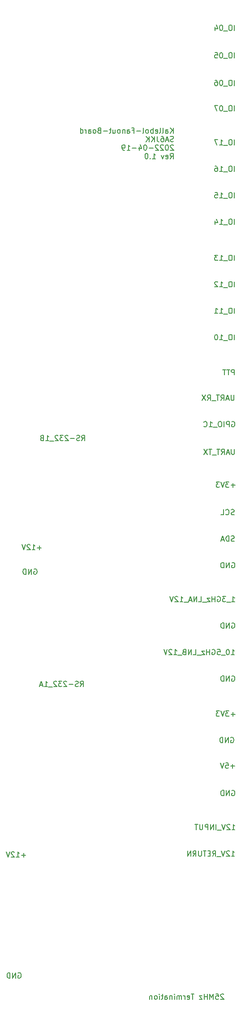
<source format=gbr>
%TF.GenerationSoftware,KiCad,Pcbnew,(6.0.0)*%
%TF.CreationDate,2022-04-21T19:53:10+02:00*%
%TF.ProjectId,KallebolFanoutBoard,4b616c6c-6562-46f6-9c46-616e6f757442,rev?*%
%TF.SameCoordinates,Original*%
%TF.FileFunction,Legend,Bot*%
%TF.FilePolarity,Positive*%
%FSLAX46Y46*%
G04 Gerber Fmt 4.6, Leading zero omitted, Abs format (unit mm)*
G04 Created by KiCad (PCBNEW (6.0.0)) date 2022-04-21 19:53:10*
%MOMM*%
%LPD*%
G01*
G04 APERTURE LIST*
%ADD10C,0.150000*%
G04 APERTURE END LIST*
D10*
X120664404Y-59037380D02*
X120664404Y-58037380D01*
X120092976Y-59037380D02*
X120521547Y-58465952D01*
X120092976Y-58037380D02*
X120664404Y-58608809D01*
X119235833Y-59037380D02*
X119235833Y-58513571D01*
X119283452Y-58418333D01*
X119378690Y-58370714D01*
X119569166Y-58370714D01*
X119664404Y-58418333D01*
X119235833Y-58989761D02*
X119331071Y-59037380D01*
X119569166Y-59037380D01*
X119664404Y-58989761D01*
X119712023Y-58894523D01*
X119712023Y-58799285D01*
X119664404Y-58704047D01*
X119569166Y-58656428D01*
X119331071Y-58656428D01*
X119235833Y-58608809D01*
X118616785Y-59037380D02*
X118712023Y-58989761D01*
X118759642Y-58894523D01*
X118759642Y-58037380D01*
X118092976Y-59037380D02*
X118188214Y-58989761D01*
X118235833Y-58894523D01*
X118235833Y-58037380D01*
X117331071Y-58989761D02*
X117426309Y-59037380D01*
X117616785Y-59037380D01*
X117712023Y-58989761D01*
X117759642Y-58894523D01*
X117759642Y-58513571D01*
X117712023Y-58418333D01*
X117616785Y-58370714D01*
X117426309Y-58370714D01*
X117331071Y-58418333D01*
X117283452Y-58513571D01*
X117283452Y-58608809D01*
X117759642Y-58704047D01*
X116854880Y-59037380D02*
X116854880Y-58037380D01*
X116854880Y-58418333D02*
X116759642Y-58370714D01*
X116569166Y-58370714D01*
X116473928Y-58418333D01*
X116426309Y-58465952D01*
X116378690Y-58561190D01*
X116378690Y-58846904D01*
X116426309Y-58942142D01*
X116473928Y-58989761D01*
X116569166Y-59037380D01*
X116759642Y-59037380D01*
X116854880Y-58989761D01*
X115807261Y-59037380D02*
X115902500Y-58989761D01*
X115950119Y-58942142D01*
X115997738Y-58846904D01*
X115997738Y-58561190D01*
X115950119Y-58465952D01*
X115902500Y-58418333D01*
X115807261Y-58370714D01*
X115664404Y-58370714D01*
X115569166Y-58418333D01*
X115521547Y-58465952D01*
X115473928Y-58561190D01*
X115473928Y-58846904D01*
X115521547Y-58942142D01*
X115569166Y-58989761D01*
X115664404Y-59037380D01*
X115807261Y-59037380D01*
X114902500Y-59037380D02*
X114997738Y-58989761D01*
X115045357Y-58894523D01*
X115045357Y-58037380D01*
X114521547Y-58656428D02*
X113759642Y-58656428D01*
X112950119Y-58513571D02*
X113283452Y-58513571D01*
X113283452Y-59037380D02*
X113283452Y-58037380D01*
X112807261Y-58037380D01*
X111997738Y-59037380D02*
X111997738Y-58513571D01*
X112045357Y-58418333D01*
X112140595Y-58370714D01*
X112331071Y-58370714D01*
X112426309Y-58418333D01*
X111997738Y-58989761D02*
X112092976Y-59037380D01*
X112331071Y-59037380D01*
X112426309Y-58989761D01*
X112473928Y-58894523D01*
X112473928Y-58799285D01*
X112426309Y-58704047D01*
X112331071Y-58656428D01*
X112092976Y-58656428D01*
X111997738Y-58608809D01*
X111521547Y-58370714D02*
X111521547Y-59037380D01*
X111521547Y-58465952D02*
X111473928Y-58418333D01*
X111378690Y-58370714D01*
X111235833Y-58370714D01*
X111140595Y-58418333D01*
X111092976Y-58513571D01*
X111092976Y-59037380D01*
X110473928Y-59037380D02*
X110569166Y-58989761D01*
X110616785Y-58942142D01*
X110664404Y-58846904D01*
X110664404Y-58561190D01*
X110616785Y-58465952D01*
X110569166Y-58418333D01*
X110473928Y-58370714D01*
X110331071Y-58370714D01*
X110235833Y-58418333D01*
X110188214Y-58465952D01*
X110140595Y-58561190D01*
X110140595Y-58846904D01*
X110188214Y-58942142D01*
X110235833Y-58989761D01*
X110331071Y-59037380D01*
X110473928Y-59037380D01*
X109283452Y-58370714D02*
X109283452Y-59037380D01*
X109712023Y-58370714D02*
X109712023Y-58894523D01*
X109664404Y-58989761D01*
X109569166Y-59037380D01*
X109426309Y-59037380D01*
X109331071Y-58989761D01*
X109283452Y-58942142D01*
X108950119Y-58370714D02*
X108569166Y-58370714D01*
X108807261Y-58037380D02*
X108807261Y-58894523D01*
X108759642Y-58989761D01*
X108664404Y-59037380D01*
X108569166Y-59037380D01*
X108235833Y-58656428D02*
X107473928Y-58656428D01*
X106664404Y-58513571D02*
X106521547Y-58561190D01*
X106473928Y-58608809D01*
X106426309Y-58704047D01*
X106426309Y-58846904D01*
X106473928Y-58942142D01*
X106521547Y-58989761D01*
X106616785Y-59037380D01*
X106997738Y-59037380D01*
X106997738Y-58037380D01*
X106664404Y-58037380D01*
X106569166Y-58085000D01*
X106521547Y-58132619D01*
X106473928Y-58227857D01*
X106473928Y-58323095D01*
X106521547Y-58418333D01*
X106569166Y-58465952D01*
X106664404Y-58513571D01*
X106997738Y-58513571D01*
X105854880Y-59037380D02*
X105950119Y-58989761D01*
X105997738Y-58942142D01*
X106045357Y-58846904D01*
X106045357Y-58561190D01*
X105997738Y-58465952D01*
X105950119Y-58418333D01*
X105854880Y-58370714D01*
X105712023Y-58370714D01*
X105616785Y-58418333D01*
X105569166Y-58465952D01*
X105521547Y-58561190D01*
X105521547Y-58846904D01*
X105569166Y-58942142D01*
X105616785Y-58989761D01*
X105712023Y-59037380D01*
X105854880Y-59037380D01*
X104664404Y-59037380D02*
X104664404Y-58513571D01*
X104712023Y-58418333D01*
X104807261Y-58370714D01*
X104997738Y-58370714D01*
X105092976Y-58418333D01*
X104664404Y-58989761D02*
X104759642Y-59037380D01*
X104997738Y-59037380D01*
X105092976Y-58989761D01*
X105140595Y-58894523D01*
X105140595Y-58799285D01*
X105092976Y-58704047D01*
X104997738Y-58656428D01*
X104759642Y-58656428D01*
X104664404Y-58608809D01*
X104188214Y-59037380D02*
X104188214Y-58370714D01*
X104188214Y-58561190D02*
X104140595Y-58465952D01*
X104092976Y-58418333D01*
X103997738Y-58370714D01*
X103902500Y-58370714D01*
X103140595Y-59037380D02*
X103140595Y-58037380D01*
X103140595Y-58989761D02*
X103235833Y-59037380D01*
X103426309Y-59037380D01*
X103521547Y-58989761D01*
X103569166Y-58942142D01*
X103616785Y-58846904D01*
X103616785Y-58561190D01*
X103569166Y-58465952D01*
X103521547Y-58418333D01*
X103426309Y-58370714D01*
X103235833Y-58370714D01*
X103140595Y-58418333D01*
X120712023Y-60599761D02*
X120569166Y-60647380D01*
X120331071Y-60647380D01*
X120235833Y-60599761D01*
X120188214Y-60552142D01*
X120140595Y-60456904D01*
X120140595Y-60361666D01*
X120188214Y-60266428D01*
X120235833Y-60218809D01*
X120331071Y-60171190D01*
X120521547Y-60123571D01*
X120616785Y-60075952D01*
X120664404Y-60028333D01*
X120712023Y-59933095D01*
X120712023Y-59837857D01*
X120664404Y-59742619D01*
X120616785Y-59695000D01*
X120521547Y-59647380D01*
X120283452Y-59647380D01*
X120140595Y-59695000D01*
X119759642Y-60361666D02*
X119283452Y-60361666D01*
X119854880Y-60647380D02*
X119521547Y-59647380D01*
X119188214Y-60647380D01*
X118426309Y-59647380D02*
X118616785Y-59647380D01*
X118712023Y-59695000D01*
X118759642Y-59742619D01*
X118854880Y-59885476D01*
X118902500Y-60075952D01*
X118902500Y-60456904D01*
X118854880Y-60552142D01*
X118807261Y-60599761D01*
X118712023Y-60647380D01*
X118521547Y-60647380D01*
X118426309Y-60599761D01*
X118378690Y-60552142D01*
X118331071Y-60456904D01*
X118331071Y-60218809D01*
X118378690Y-60123571D01*
X118426309Y-60075952D01*
X118521547Y-60028333D01*
X118712023Y-60028333D01*
X118807261Y-60075952D01*
X118854880Y-60123571D01*
X118902500Y-60218809D01*
X117616785Y-59647380D02*
X117616785Y-60361666D01*
X117664404Y-60504523D01*
X117759642Y-60599761D01*
X117902500Y-60647380D01*
X117997738Y-60647380D01*
X117140595Y-60647380D02*
X117140595Y-59647380D01*
X116569166Y-60647380D02*
X116997738Y-60075952D01*
X116569166Y-59647380D02*
X117140595Y-60218809D01*
X116140595Y-60647380D02*
X116140595Y-59647380D01*
X115569166Y-60647380D02*
X115997738Y-60075952D01*
X115569166Y-59647380D02*
X116140595Y-60218809D01*
X120712023Y-61352619D02*
X120664404Y-61305000D01*
X120569166Y-61257380D01*
X120331071Y-61257380D01*
X120235833Y-61305000D01*
X120188214Y-61352619D01*
X120140595Y-61447857D01*
X120140595Y-61543095D01*
X120188214Y-61685952D01*
X120759642Y-62257380D01*
X120140595Y-62257380D01*
X119521547Y-61257380D02*
X119426309Y-61257380D01*
X119331071Y-61305000D01*
X119283452Y-61352619D01*
X119235833Y-61447857D01*
X119188214Y-61638333D01*
X119188214Y-61876428D01*
X119235833Y-62066904D01*
X119283452Y-62162142D01*
X119331071Y-62209761D01*
X119426309Y-62257380D01*
X119521547Y-62257380D01*
X119616785Y-62209761D01*
X119664404Y-62162142D01*
X119712023Y-62066904D01*
X119759642Y-61876428D01*
X119759642Y-61638333D01*
X119712023Y-61447857D01*
X119664404Y-61352619D01*
X119616785Y-61305000D01*
X119521547Y-61257380D01*
X118807261Y-61352619D02*
X118759642Y-61305000D01*
X118664404Y-61257380D01*
X118426309Y-61257380D01*
X118331071Y-61305000D01*
X118283452Y-61352619D01*
X118235833Y-61447857D01*
X118235833Y-61543095D01*
X118283452Y-61685952D01*
X118854880Y-62257380D01*
X118235833Y-62257380D01*
X117854880Y-61352619D02*
X117807261Y-61305000D01*
X117712023Y-61257380D01*
X117473928Y-61257380D01*
X117378690Y-61305000D01*
X117331071Y-61352619D01*
X117283452Y-61447857D01*
X117283452Y-61543095D01*
X117331071Y-61685952D01*
X117902500Y-62257380D01*
X117283452Y-62257380D01*
X116854880Y-61876428D02*
X116092976Y-61876428D01*
X115426309Y-61257380D02*
X115331071Y-61257380D01*
X115235833Y-61305000D01*
X115188214Y-61352619D01*
X115140595Y-61447857D01*
X115092976Y-61638333D01*
X115092976Y-61876428D01*
X115140595Y-62066904D01*
X115188214Y-62162142D01*
X115235833Y-62209761D01*
X115331071Y-62257380D01*
X115426309Y-62257380D01*
X115521547Y-62209761D01*
X115569166Y-62162142D01*
X115616785Y-62066904D01*
X115664404Y-61876428D01*
X115664404Y-61638333D01*
X115616785Y-61447857D01*
X115569166Y-61352619D01*
X115521547Y-61305000D01*
X115426309Y-61257380D01*
X114235833Y-61590714D02*
X114235833Y-62257380D01*
X114473928Y-61209761D02*
X114712023Y-61924047D01*
X114092976Y-61924047D01*
X113712023Y-61876428D02*
X112950119Y-61876428D01*
X111950119Y-62257380D02*
X112521547Y-62257380D01*
X112235833Y-62257380D02*
X112235833Y-61257380D01*
X112331071Y-61400238D01*
X112426309Y-61495476D01*
X112521547Y-61543095D01*
X111473928Y-62257380D02*
X111283452Y-62257380D01*
X111188214Y-62209761D01*
X111140595Y-62162142D01*
X111045357Y-62019285D01*
X110997738Y-61828809D01*
X110997738Y-61447857D01*
X111045357Y-61352619D01*
X111092976Y-61305000D01*
X111188214Y-61257380D01*
X111378690Y-61257380D01*
X111473928Y-61305000D01*
X111521547Y-61352619D01*
X111569166Y-61447857D01*
X111569166Y-61685952D01*
X111521547Y-61781190D01*
X111473928Y-61828809D01*
X111378690Y-61876428D01*
X111188214Y-61876428D01*
X111092976Y-61828809D01*
X111045357Y-61781190D01*
X110997738Y-61685952D01*
X120092976Y-63867380D02*
X120426309Y-63391190D01*
X120664404Y-63867380D02*
X120664404Y-62867380D01*
X120283452Y-62867380D01*
X120188214Y-62915000D01*
X120140595Y-62962619D01*
X120092976Y-63057857D01*
X120092976Y-63200714D01*
X120140595Y-63295952D01*
X120188214Y-63343571D01*
X120283452Y-63391190D01*
X120664404Y-63391190D01*
X119283452Y-63819761D02*
X119378690Y-63867380D01*
X119569166Y-63867380D01*
X119664404Y-63819761D01*
X119712023Y-63724523D01*
X119712023Y-63343571D01*
X119664404Y-63248333D01*
X119569166Y-63200714D01*
X119378690Y-63200714D01*
X119283452Y-63248333D01*
X119235833Y-63343571D01*
X119235833Y-63438809D01*
X119712023Y-63534047D01*
X118902500Y-63200714D02*
X118664404Y-63867380D01*
X118426309Y-63200714D01*
X116759642Y-63867380D02*
X117331071Y-63867380D01*
X117045357Y-63867380D02*
X117045357Y-62867380D01*
X117140595Y-63010238D01*
X117235833Y-63105476D01*
X117331071Y-63153095D01*
X116331071Y-63772142D02*
X116283452Y-63819761D01*
X116331071Y-63867380D01*
X116378690Y-63819761D01*
X116331071Y-63772142D01*
X116331071Y-63867380D01*
X115664404Y-62867380D02*
X115569166Y-62867380D01*
X115473928Y-62915000D01*
X115426309Y-62962619D01*
X115378690Y-63057857D01*
X115331071Y-63248333D01*
X115331071Y-63486428D01*
X115378690Y-63676904D01*
X115426309Y-63772142D01*
X115473928Y-63819761D01*
X115569166Y-63867380D01*
X115664404Y-63867380D01*
X115759642Y-63819761D01*
X115807261Y-63772142D01*
X115854880Y-63676904D01*
X115902500Y-63486428D01*
X115902500Y-63248333D01*
X115854880Y-63057857D01*
X115807261Y-62962619D01*
X115759642Y-62915000D01*
X115664404Y-62867380D01*
X132214285Y-136004761D02*
X132071428Y-136052380D01*
X131833333Y-136052380D01*
X131738095Y-136004761D01*
X131690476Y-135957142D01*
X131642857Y-135861904D01*
X131642857Y-135766666D01*
X131690476Y-135671428D01*
X131738095Y-135623809D01*
X131833333Y-135576190D01*
X132023809Y-135528571D01*
X132119047Y-135480952D01*
X132166666Y-135433333D01*
X132214285Y-135338095D01*
X132214285Y-135242857D01*
X132166666Y-135147619D01*
X132119047Y-135100000D01*
X132023809Y-135052380D01*
X131785714Y-135052380D01*
X131642857Y-135100000D01*
X131214285Y-136052380D02*
X131214285Y-135052380D01*
X130976190Y-135052380D01*
X130833333Y-135100000D01*
X130738095Y-135195238D01*
X130690476Y-135290476D01*
X130642857Y-135480952D01*
X130642857Y-135623809D01*
X130690476Y-135814285D01*
X130738095Y-135909523D01*
X130833333Y-136004761D01*
X130976190Y-136052380D01*
X131214285Y-136052380D01*
X130261904Y-135766666D02*
X129785714Y-135766666D01*
X130357142Y-136052380D02*
X130023809Y-135052380D01*
X129690476Y-136052380D01*
X132257142Y-83052380D02*
X132257142Y-82052380D01*
X131590476Y-82052380D02*
X131400000Y-82052380D01*
X131304761Y-82100000D01*
X131209523Y-82195238D01*
X131161904Y-82385714D01*
X131161904Y-82719047D01*
X131209523Y-82909523D01*
X131304761Y-83004761D01*
X131400000Y-83052380D01*
X131590476Y-83052380D01*
X131685714Y-83004761D01*
X131780952Y-82909523D01*
X131828571Y-82719047D01*
X131828571Y-82385714D01*
X131780952Y-82195238D01*
X131685714Y-82100000D01*
X131590476Y-82052380D01*
X130971428Y-83147619D02*
X130209523Y-83147619D01*
X129447619Y-83052380D02*
X130019047Y-83052380D01*
X129733333Y-83052380D02*
X129733333Y-82052380D01*
X129828571Y-82195238D01*
X129923809Y-82290476D01*
X130019047Y-82338095D01*
X129114285Y-82052380D02*
X128495238Y-82052380D01*
X128828571Y-82433333D01*
X128685714Y-82433333D01*
X128590476Y-82480952D01*
X128542857Y-82528571D01*
X128495238Y-82623809D01*
X128495238Y-82861904D01*
X128542857Y-82957142D01*
X128590476Y-83004761D01*
X128685714Y-83052380D01*
X128971428Y-83052380D01*
X129066666Y-83004761D01*
X129114285Y-82957142D01*
X132257142Y-61252380D02*
X132257142Y-60252380D01*
X131590476Y-60252380D02*
X131400000Y-60252380D01*
X131304761Y-60300000D01*
X131209523Y-60395238D01*
X131161904Y-60585714D01*
X131161904Y-60919047D01*
X131209523Y-61109523D01*
X131304761Y-61204761D01*
X131400000Y-61252380D01*
X131590476Y-61252380D01*
X131685714Y-61204761D01*
X131780952Y-61109523D01*
X131828571Y-60919047D01*
X131828571Y-60585714D01*
X131780952Y-60395238D01*
X131685714Y-60300000D01*
X131590476Y-60252380D01*
X130971428Y-61347619D02*
X130209523Y-61347619D01*
X129447619Y-61252380D02*
X130019047Y-61252380D01*
X129733333Y-61252380D02*
X129733333Y-60252380D01*
X129828571Y-60395238D01*
X129923809Y-60490476D01*
X130019047Y-60538095D01*
X129114285Y-60252380D02*
X128447619Y-60252380D01*
X128876190Y-61252380D01*
X132257142Y-93052380D02*
X132257142Y-92052380D01*
X131590476Y-92052380D02*
X131400000Y-92052380D01*
X131304761Y-92100000D01*
X131209523Y-92195238D01*
X131161904Y-92385714D01*
X131161904Y-92719047D01*
X131209523Y-92909523D01*
X131304761Y-93004761D01*
X131400000Y-93052380D01*
X131590476Y-93052380D01*
X131685714Y-93004761D01*
X131780952Y-92909523D01*
X131828571Y-92719047D01*
X131828571Y-92385714D01*
X131780952Y-92195238D01*
X131685714Y-92100000D01*
X131590476Y-92052380D01*
X130971428Y-93147619D02*
X130209523Y-93147619D01*
X129447619Y-93052380D02*
X130019047Y-93052380D01*
X129733333Y-93052380D02*
X129733333Y-92052380D01*
X129828571Y-92195238D01*
X129923809Y-92290476D01*
X130019047Y-92338095D01*
X128495238Y-93052380D02*
X129066666Y-93052380D01*
X128780952Y-93052380D02*
X128780952Y-92052380D01*
X128876190Y-92195238D01*
X128971428Y-92290476D01*
X129066666Y-92338095D01*
X132285714Y-178471428D02*
X131523809Y-178471428D01*
X131904761Y-178852380D02*
X131904761Y-178090476D01*
X130571428Y-177852380D02*
X131047619Y-177852380D01*
X131095238Y-178328571D01*
X131047619Y-178280952D01*
X130952380Y-178233333D01*
X130714285Y-178233333D01*
X130619047Y-178280952D01*
X130571428Y-178328571D01*
X130523809Y-178423809D01*
X130523809Y-178661904D01*
X130571428Y-178757142D01*
X130619047Y-178804761D01*
X130714285Y-178852380D01*
X130952380Y-178852380D01*
X131047619Y-178804761D01*
X131095238Y-178757142D01*
X130238095Y-177852380D02*
X129904761Y-178852380D01*
X129571428Y-177852380D01*
X132257142Y-98052380D02*
X132257142Y-97052380D01*
X131590476Y-97052380D02*
X131400000Y-97052380D01*
X131304761Y-97100000D01*
X131209523Y-97195238D01*
X131161904Y-97385714D01*
X131161904Y-97719047D01*
X131209523Y-97909523D01*
X131304761Y-98004761D01*
X131400000Y-98052380D01*
X131590476Y-98052380D01*
X131685714Y-98004761D01*
X131780952Y-97909523D01*
X131828571Y-97719047D01*
X131828571Y-97385714D01*
X131780952Y-97195238D01*
X131685714Y-97100000D01*
X131590476Y-97052380D01*
X130971428Y-98147619D02*
X130209523Y-98147619D01*
X129447619Y-98052380D02*
X130019047Y-98052380D01*
X129733333Y-98052380D02*
X129733333Y-97052380D01*
X129828571Y-97195238D01*
X129923809Y-97290476D01*
X130019047Y-97338095D01*
X128828571Y-97052380D02*
X128733333Y-97052380D01*
X128638095Y-97100000D01*
X128590476Y-97147619D01*
X128542857Y-97242857D01*
X128495238Y-97433333D01*
X128495238Y-97671428D01*
X128542857Y-97861904D01*
X128590476Y-97957142D01*
X128638095Y-98004761D01*
X128733333Y-98052380D01*
X128828571Y-98052380D01*
X128923809Y-98004761D01*
X128971428Y-97957142D01*
X129019047Y-97861904D01*
X129066666Y-97671428D01*
X129066666Y-97433333D01*
X129019047Y-97242857D01*
X128971428Y-97147619D01*
X128923809Y-97100000D01*
X128828571Y-97052380D01*
X91361904Y-217500000D02*
X91457142Y-217452380D01*
X91600000Y-217452380D01*
X91742857Y-217500000D01*
X91838095Y-217595238D01*
X91885714Y-217690476D01*
X91933333Y-217880952D01*
X91933333Y-218023809D01*
X91885714Y-218214285D01*
X91838095Y-218309523D01*
X91742857Y-218404761D01*
X91600000Y-218452380D01*
X91504761Y-218452380D01*
X91361904Y-218404761D01*
X91314285Y-218357142D01*
X91314285Y-218023809D01*
X91504761Y-218023809D01*
X90885714Y-218452380D02*
X90885714Y-217452380D01*
X90314285Y-218452380D01*
X90314285Y-217452380D01*
X89838095Y-218452380D02*
X89838095Y-217452380D01*
X89600000Y-217452380D01*
X89457142Y-217500000D01*
X89361904Y-217595238D01*
X89314285Y-217690476D01*
X89266666Y-217880952D01*
X89266666Y-218023809D01*
X89314285Y-218214285D01*
X89361904Y-218309523D01*
X89457142Y-218404761D01*
X89600000Y-218452380D01*
X89838095Y-218452380D01*
X131700000Y-147452380D02*
X132271428Y-147452380D01*
X131985714Y-147452380D02*
X131985714Y-146452380D01*
X132080952Y-146595238D01*
X132176190Y-146690476D01*
X132271428Y-146738095D01*
X131509523Y-147547619D02*
X130747619Y-147547619D01*
X130604761Y-146452380D02*
X129985714Y-146452380D01*
X130319047Y-146833333D01*
X130176190Y-146833333D01*
X130080952Y-146880952D01*
X130033333Y-146928571D01*
X129985714Y-147023809D01*
X129985714Y-147261904D01*
X130033333Y-147357142D01*
X130080952Y-147404761D01*
X130176190Y-147452380D01*
X130461904Y-147452380D01*
X130557142Y-147404761D01*
X130604761Y-147357142D01*
X129033333Y-146500000D02*
X129128571Y-146452380D01*
X129271428Y-146452380D01*
X129414285Y-146500000D01*
X129509523Y-146595238D01*
X129557142Y-146690476D01*
X129604761Y-146880952D01*
X129604761Y-147023809D01*
X129557142Y-147214285D01*
X129509523Y-147309523D01*
X129414285Y-147404761D01*
X129271428Y-147452380D01*
X129176190Y-147452380D01*
X129033333Y-147404761D01*
X128985714Y-147357142D01*
X128985714Y-147023809D01*
X129176190Y-147023809D01*
X128557142Y-147452380D02*
X128557142Y-146452380D01*
X128557142Y-146928571D02*
X127985714Y-146928571D01*
X127985714Y-147452380D02*
X127985714Y-146452380D01*
X127604761Y-146785714D02*
X127080952Y-146785714D01*
X127604761Y-147452380D01*
X127080952Y-147452380D01*
X126938095Y-147547619D02*
X126176190Y-147547619D01*
X125461904Y-147452380D02*
X125938095Y-147452380D01*
X125938095Y-146452380D01*
X125128571Y-147452380D02*
X125128571Y-146452380D01*
X124557142Y-147452380D01*
X124557142Y-146452380D01*
X124128571Y-147166666D02*
X123652380Y-147166666D01*
X124223809Y-147452380D02*
X123890476Y-146452380D01*
X123557142Y-147452380D01*
X123461904Y-147547619D02*
X122700000Y-147547619D01*
X121938095Y-147452380D02*
X122509523Y-147452380D01*
X122223809Y-147452380D02*
X122223809Y-146452380D01*
X122319047Y-146595238D01*
X122414285Y-146690476D01*
X122509523Y-146738095D01*
X121557142Y-146547619D02*
X121509523Y-146500000D01*
X121414285Y-146452380D01*
X121176190Y-146452380D01*
X121080952Y-146500000D01*
X121033333Y-146547619D01*
X120985714Y-146642857D01*
X120985714Y-146738095D01*
X121033333Y-146880952D01*
X121604761Y-147452380D01*
X120985714Y-147452380D01*
X120700000Y-146452380D02*
X120366666Y-147452380D01*
X120033333Y-146452380D01*
X131766666Y-190452380D02*
X132338095Y-190452380D01*
X132052380Y-190452380D02*
X132052380Y-189452380D01*
X132147619Y-189595238D01*
X132242857Y-189690476D01*
X132338095Y-189738095D01*
X131385714Y-189547619D02*
X131338095Y-189500000D01*
X131242857Y-189452380D01*
X131004761Y-189452380D01*
X130909523Y-189500000D01*
X130861904Y-189547619D01*
X130814285Y-189642857D01*
X130814285Y-189738095D01*
X130861904Y-189880952D01*
X131433333Y-190452380D01*
X130814285Y-190452380D01*
X130528571Y-189452380D02*
X130195238Y-190452380D01*
X129861904Y-189452380D01*
X129766666Y-190547619D02*
X129004761Y-190547619D01*
X128766666Y-190452380D02*
X128766666Y-189452380D01*
X128290476Y-190452380D02*
X128290476Y-189452380D01*
X127719047Y-190452380D01*
X127719047Y-189452380D01*
X127242857Y-190452380D02*
X127242857Y-189452380D01*
X126861904Y-189452380D01*
X126766666Y-189500000D01*
X126719047Y-189547619D01*
X126671428Y-189642857D01*
X126671428Y-189785714D01*
X126719047Y-189880952D01*
X126766666Y-189928571D01*
X126861904Y-189976190D01*
X127242857Y-189976190D01*
X126242857Y-189452380D02*
X126242857Y-190261904D01*
X126195238Y-190357142D01*
X126147619Y-190404761D01*
X126052380Y-190452380D01*
X125861904Y-190452380D01*
X125766666Y-190404761D01*
X125719047Y-190357142D01*
X125671428Y-190261904D01*
X125671428Y-189452380D01*
X125338095Y-189452380D02*
X124766666Y-189452380D01*
X125052380Y-190452380D02*
X125052380Y-189452380D01*
X132257142Y-54852380D02*
X132257142Y-53852380D01*
X131590476Y-53852380D02*
X131400000Y-53852380D01*
X131304761Y-53900000D01*
X131209523Y-53995238D01*
X131161904Y-54185714D01*
X131161904Y-54519047D01*
X131209523Y-54709523D01*
X131304761Y-54804761D01*
X131400000Y-54852380D01*
X131590476Y-54852380D01*
X131685714Y-54804761D01*
X131780952Y-54709523D01*
X131828571Y-54519047D01*
X131828571Y-54185714D01*
X131780952Y-53995238D01*
X131685714Y-53900000D01*
X131590476Y-53852380D01*
X130971428Y-54947619D02*
X130209523Y-54947619D01*
X129780952Y-53852380D02*
X129685714Y-53852380D01*
X129590476Y-53900000D01*
X129542857Y-53947619D01*
X129495238Y-54042857D01*
X129447619Y-54233333D01*
X129447619Y-54471428D01*
X129495238Y-54661904D01*
X129542857Y-54757142D01*
X129590476Y-54804761D01*
X129685714Y-54852380D01*
X129780952Y-54852380D01*
X129876190Y-54804761D01*
X129923809Y-54757142D01*
X129971428Y-54661904D01*
X130019047Y-54471428D01*
X130019047Y-54233333D01*
X129971428Y-54042857D01*
X129923809Y-53947619D01*
X129876190Y-53900000D01*
X129780952Y-53852380D01*
X129114285Y-53852380D02*
X128447619Y-53852380D01*
X128876190Y-54852380D01*
X103100000Y-163452380D02*
X103433333Y-162976190D01*
X103671428Y-163452380D02*
X103671428Y-162452380D01*
X103290476Y-162452380D01*
X103195238Y-162500000D01*
X103147619Y-162547619D01*
X103100000Y-162642857D01*
X103100000Y-162785714D01*
X103147619Y-162880952D01*
X103195238Y-162928571D01*
X103290476Y-162976190D01*
X103671428Y-162976190D01*
X102719047Y-163404761D02*
X102576190Y-163452380D01*
X102338095Y-163452380D01*
X102242857Y-163404761D01*
X102195238Y-163357142D01*
X102147619Y-163261904D01*
X102147619Y-163166666D01*
X102195238Y-163071428D01*
X102242857Y-163023809D01*
X102338095Y-162976190D01*
X102528571Y-162928571D01*
X102623809Y-162880952D01*
X102671428Y-162833333D01*
X102719047Y-162738095D01*
X102719047Y-162642857D01*
X102671428Y-162547619D01*
X102623809Y-162500000D01*
X102528571Y-162452380D01*
X102290476Y-162452380D01*
X102147619Y-162500000D01*
X101719047Y-163071428D02*
X100957142Y-163071428D01*
X100528571Y-162547619D02*
X100480952Y-162500000D01*
X100385714Y-162452380D01*
X100147619Y-162452380D01*
X100052380Y-162500000D01*
X100004761Y-162547619D01*
X99957142Y-162642857D01*
X99957142Y-162738095D01*
X100004761Y-162880952D01*
X100576190Y-163452380D01*
X99957142Y-163452380D01*
X99623809Y-162452380D02*
X99004761Y-162452380D01*
X99338095Y-162833333D01*
X99195238Y-162833333D01*
X99100000Y-162880952D01*
X99052380Y-162928571D01*
X99004761Y-163023809D01*
X99004761Y-163261904D01*
X99052380Y-163357142D01*
X99100000Y-163404761D01*
X99195238Y-163452380D01*
X99480952Y-163452380D01*
X99576190Y-163404761D01*
X99623809Y-163357142D01*
X98623809Y-162547619D02*
X98576190Y-162500000D01*
X98480952Y-162452380D01*
X98242857Y-162452380D01*
X98147619Y-162500000D01*
X98100000Y-162547619D01*
X98052380Y-162642857D01*
X98052380Y-162738095D01*
X98100000Y-162880952D01*
X98671428Y-163452380D01*
X98052380Y-163452380D01*
X97861904Y-163547619D02*
X97100000Y-163547619D01*
X96338095Y-163452380D02*
X96909523Y-163452380D01*
X96623809Y-163452380D02*
X96623809Y-162452380D01*
X96719047Y-162595238D01*
X96814285Y-162690476D01*
X96909523Y-162738095D01*
X95957142Y-163166666D02*
X95480952Y-163166666D01*
X96052380Y-163452380D02*
X95719047Y-162452380D01*
X95385714Y-163452380D01*
X132257142Y-71252380D02*
X132257142Y-70252380D01*
X131590476Y-70252380D02*
X131400000Y-70252380D01*
X131304761Y-70300000D01*
X131209523Y-70395238D01*
X131161904Y-70585714D01*
X131161904Y-70919047D01*
X131209523Y-71109523D01*
X131304761Y-71204761D01*
X131400000Y-71252380D01*
X131590476Y-71252380D01*
X131685714Y-71204761D01*
X131780952Y-71109523D01*
X131828571Y-70919047D01*
X131828571Y-70585714D01*
X131780952Y-70395238D01*
X131685714Y-70300000D01*
X131590476Y-70252380D01*
X130971428Y-71347619D02*
X130209523Y-71347619D01*
X129447619Y-71252380D02*
X130019047Y-71252380D01*
X129733333Y-71252380D02*
X129733333Y-70252380D01*
X129828571Y-70395238D01*
X129923809Y-70490476D01*
X130019047Y-70538095D01*
X128542857Y-70252380D02*
X129019047Y-70252380D01*
X129066666Y-70728571D01*
X129019047Y-70680952D01*
X128923809Y-70633333D01*
X128685714Y-70633333D01*
X128590476Y-70680952D01*
X128542857Y-70728571D01*
X128495238Y-70823809D01*
X128495238Y-71061904D01*
X128542857Y-71157142D01*
X128590476Y-71204761D01*
X128685714Y-71252380D01*
X128923809Y-71252380D01*
X129019047Y-71204761D01*
X129066666Y-71157142D01*
X132233333Y-118652380D02*
X132233333Y-119461904D01*
X132185714Y-119557142D01*
X132138095Y-119604761D01*
X132042857Y-119652380D01*
X131852380Y-119652380D01*
X131757142Y-119604761D01*
X131709523Y-119557142D01*
X131661904Y-119461904D01*
X131661904Y-118652380D01*
X131233333Y-119366666D02*
X130757142Y-119366666D01*
X131328571Y-119652380D02*
X130995238Y-118652380D01*
X130661904Y-119652380D01*
X129757142Y-119652380D02*
X130090476Y-119176190D01*
X130328571Y-119652380D02*
X130328571Y-118652380D01*
X129947619Y-118652380D01*
X129852380Y-118700000D01*
X129804761Y-118747619D01*
X129757142Y-118842857D01*
X129757142Y-118985714D01*
X129804761Y-119080952D01*
X129852380Y-119128571D01*
X129947619Y-119176190D01*
X130328571Y-119176190D01*
X129471428Y-118652380D02*
X128900000Y-118652380D01*
X129185714Y-119652380D02*
X129185714Y-118652380D01*
X128804761Y-119747619D02*
X128042857Y-119747619D01*
X127947619Y-118652380D02*
X127376190Y-118652380D01*
X127661904Y-119652380D02*
X127661904Y-118652380D01*
X127138095Y-118652380D02*
X126471428Y-119652380D01*
X126471428Y-118652380D02*
X127138095Y-119652380D01*
X131761904Y-151500000D02*
X131857142Y-151452380D01*
X132000000Y-151452380D01*
X132142857Y-151500000D01*
X132238095Y-151595238D01*
X132285714Y-151690476D01*
X132333333Y-151880952D01*
X132333333Y-152023809D01*
X132285714Y-152214285D01*
X132238095Y-152309523D01*
X132142857Y-152404761D01*
X132000000Y-152452380D01*
X131904761Y-152452380D01*
X131761904Y-152404761D01*
X131714285Y-152357142D01*
X131714285Y-152023809D01*
X131904761Y-152023809D01*
X131285714Y-152452380D02*
X131285714Y-151452380D01*
X130714285Y-152452380D01*
X130714285Y-151452380D01*
X130238095Y-152452380D02*
X130238095Y-151452380D01*
X130000000Y-151452380D01*
X129857142Y-151500000D01*
X129761904Y-151595238D01*
X129714285Y-151690476D01*
X129666666Y-151880952D01*
X129666666Y-152023809D01*
X129714285Y-152214285D01*
X129761904Y-152309523D01*
X129857142Y-152404761D01*
X130000000Y-152452380D01*
X130238095Y-152452380D01*
X131647619Y-157452380D02*
X132219047Y-157452380D01*
X131933333Y-157452380D02*
X131933333Y-156452380D01*
X132028571Y-156595238D01*
X132123809Y-156690476D01*
X132219047Y-156738095D01*
X131028571Y-156452380D02*
X130933333Y-156452380D01*
X130838095Y-156500000D01*
X130790476Y-156547619D01*
X130742857Y-156642857D01*
X130695238Y-156833333D01*
X130695238Y-157071428D01*
X130742857Y-157261904D01*
X130790476Y-157357142D01*
X130838095Y-157404761D01*
X130933333Y-157452380D01*
X131028571Y-157452380D01*
X131123809Y-157404761D01*
X131171428Y-157357142D01*
X131219047Y-157261904D01*
X131266666Y-157071428D01*
X131266666Y-156833333D01*
X131219047Y-156642857D01*
X131171428Y-156547619D01*
X131123809Y-156500000D01*
X131028571Y-156452380D01*
X130504761Y-157547619D02*
X129742857Y-157547619D01*
X129028571Y-156452380D02*
X129504761Y-156452380D01*
X129552380Y-156928571D01*
X129504761Y-156880952D01*
X129409523Y-156833333D01*
X129171428Y-156833333D01*
X129076190Y-156880952D01*
X129028571Y-156928571D01*
X128980952Y-157023809D01*
X128980952Y-157261904D01*
X129028571Y-157357142D01*
X129076190Y-157404761D01*
X129171428Y-157452380D01*
X129409523Y-157452380D01*
X129504761Y-157404761D01*
X129552380Y-157357142D01*
X128028571Y-156500000D02*
X128123809Y-156452380D01*
X128266666Y-156452380D01*
X128409523Y-156500000D01*
X128504761Y-156595238D01*
X128552380Y-156690476D01*
X128600000Y-156880952D01*
X128600000Y-157023809D01*
X128552380Y-157214285D01*
X128504761Y-157309523D01*
X128409523Y-157404761D01*
X128266666Y-157452380D01*
X128171428Y-157452380D01*
X128028571Y-157404761D01*
X127980952Y-157357142D01*
X127980952Y-157023809D01*
X128171428Y-157023809D01*
X127552380Y-157452380D02*
X127552380Y-156452380D01*
X127552380Y-156928571D02*
X126980952Y-156928571D01*
X126980952Y-157452380D02*
X126980952Y-156452380D01*
X126600000Y-156785714D02*
X126076190Y-156785714D01*
X126600000Y-157452380D01*
X126076190Y-157452380D01*
X125933333Y-157547619D02*
X125171428Y-157547619D01*
X124457142Y-157452380D02*
X124933333Y-157452380D01*
X124933333Y-156452380D01*
X124123809Y-157452380D02*
X124123809Y-156452380D01*
X123552380Y-157452380D01*
X123552380Y-156452380D01*
X122742857Y-156928571D02*
X122600000Y-156976190D01*
X122552380Y-157023809D01*
X122504761Y-157119047D01*
X122504761Y-157261904D01*
X122552380Y-157357142D01*
X122600000Y-157404761D01*
X122695238Y-157452380D01*
X123076190Y-157452380D01*
X123076190Y-156452380D01*
X122742857Y-156452380D01*
X122647619Y-156500000D01*
X122600000Y-156547619D01*
X122552380Y-156642857D01*
X122552380Y-156738095D01*
X122600000Y-156833333D01*
X122647619Y-156880952D01*
X122742857Y-156928571D01*
X123076190Y-156928571D01*
X122314285Y-157547619D02*
X121552380Y-157547619D01*
X120790476Y-157452380D02*
X121361904Y-157452380D01*
X121076190Y-157452380D02*
X121076190Y-156452380D01*
X121171428Y-156595238D01*
X121266666Y-156690476D01*
X121361904Y-156738095D01*
X120409523Y-156547619D02*
X120361904Y-156500000D01*
X120266666Y-156452380D01*
X120028571Y-156452380D01*
X119933333Y-156500000D01*
X119885714Y-156547619D01*
X119838095Y-156642857D01*
X119838095Y-156738095D01*
X119885714Y-156880952D01*
X120457142Y-157452380D01*
X119838095Y-157452380D01*
X119552380Y-156452380D02*
X119219047Y-157452380D01*
X118885714Y-156452380D01*
X95761904Y-137271428D02*
X95000000Y-137271428D01*
X95380952Y-137652380D02*
X95380952Y-136890476D01*
X94000000Y-137652380D02*
X94571428Y-137652380D01*
X94285714Y-137652380D02*
X94285714Y-136652380D01*
X94380952Y-136795238D01*
X94476190Y-136890476D01*
X94571428Y-136938095D01*
X93619047Y-136747619D02*
X93571428Y-136700000D01*
X93476190Y-136652380D01*
X93238095Y-136652380D01*
X93142857Y-136700000D01*
X93095238Y-136747619D01*
X93047619Y-136842857D01*
X93047619Y-136938095D01*
X93095238Y-137080952D01*
X93666666Y-137652380D01*
X93047619Y-137652380D01*
X92761904Y-136652380D02*
X92428571Y-137652380D01*
X92095238Y-136652380D01*
X94361904Y-141300000D02*
X94457142Y-141252380D01*
X94600000Y-141252380D01*
X94742857Y-141300000D01*
X94838095Y-141395238D01*
X94885714Y-141490476D01*
X94933333Y-141680952D01*
X94933333Y-141823809D01*
X94885714Y-142014285D01*
X94838095Y-142109523D01*
X94742857Y-142204761D01*
X94600000Y-142252380D01*
X94504761Y-142252380D01*
X94361904Y-142204761D01*
X94314285Y-142157142D01*
X94314285Y-141823809D01*
X94504761Y-141823809D01*
X93885714Y-142252380D02*
X93885714Y-141252380D01*
X93314285Y-142252380D01*
X93314285Y-141252380D01*
X92838095Y-142252380D02*
X92838095Y-141252380D01*
X92600000Y-141252380D01*
X92457142Y-141300000D01*
X92361904Y-141395238D01*
X92314285Y-141490476D01*
X92266666Y-141680952D01*
X92266666Y-141823809D01*
X92314285Y-142014285D01*
X92361904Y-142109523D01*
X92457142Y-142204761D01*
X92600000Y-142252380D01*
X92838095Y-142252380D01*
X131757142Y-113500000D02*
X131852380Y-113452380D01*
X131995238Y-113452380D01*
X132138095Y-113500000D01*
X132233333Y-113595238D01*
X132280952Y-113690476D01*
X132328571Y-113880952D01*
X132328571Y-114023809D01*
X132280952Y-114214285D01*
X132233333Y-114309523D01*
X132138095Y-114404761D01*
X131995238Y-114452380D01*
X131900000Y-114452380D01*
X131757142Y-114404761D01*
X131709523Y-114357142D01*
X131709523Y-114023809D01*
X131900000Y-114023809D01*
X131280952Y-114452380D02*
X131280952Y-113452380D01*
X130900000Y-113452380D01*
X130804761Y-113500000D01*
X130757142Y-113547619D01*
X130709523Y-113642857D01*
X130709523Y-113785714D01*
X130757142Y-113880952D01*
X130804761Y-113928571D01*
X130900000Y-113976190D01*
X131280952Y-113976190D01*
X130280952Y-114452380D02*
X130280952Y-113452380D01*
X129614285Y-113452380D02*
X129423809Y-113452380D01*
X129328571Y-113500000D01*
X129233333Y-113595238D01*
X129185714Y-113785714D01*
X129185714Y-114119047D01*
X129233333Y-114309523D01*
X129328571Y-114404761D01*
X129423809Y-114452380D01*
X129614285Y-114452380D01*
X129709523Y-114404761D01*
X129804761Y-114309523D01*
X129852380Y-114119047D01*
X129852380Y-113785714D01*
X129804761Y-113595238D01*
X129709523Y-113500000D01*
X129614285Y-113452380D01*
X128995238Y-114547619D02*
X128233333Y-114547619D01*
X127471428Y-114452380D02*
X128042857Y-114452380D01*
X127757142Y-114452380D02*
X127757142Y-113452380D01*
X127852380Y-113595238D01*
X127947619Y-113690476D01*
X128042857Y-113738095D01*
X126471428Y-114357142D02*
X126519047Y-114404761D01*
X126661904Y-114452380D01*
X126757142Y-114452380D01*
X126900000Y-114404761D01*
X126995238Y-114309523D01*
X127042857Y-114214285D01*
X127090476Y-114023809D01*
X127090476Y-113880952D01*
X127042857Y-113690476D01*
X126995238Y-113595238D01*
X126900000Y-113500000D01*
X126757142Y-113452380D01*
X126661904Y-113452380D01*
X126519047Y-113500000D01*
X126471428Y-113547619D01*
X132257142Y-76252380D02*
X132257142Y-75252380D01*
X131590476Y-75252380D02*
X131400000Y-75252380D01*
X131304761Y-75300000D01*
X131209523Y-75395238D01*
X131161904Y-75585714D01*
X131161904Y-75919047D01*
X131209523Y-76109523D01*
X131304761Y-76204761D01*
X131400000Y-76252380D01*
X131590476Y-76252380D01*
X131685714Y-76204761D01*
X131780952Y-76109523D01*
X131828571Y-75919047D01*
X131828571Y-75585714D01*
X131780952Y-75395238D01*
X131685714Y-75300000D01*
X131590476Y-75252380D01*
X130971428Y-76347619D02*
X130209523Y-76347619D01*
X129447619Y-76252380D02*
X130019047Y-76252380D01*
X129733333Y-76252380D02*
X129733333Y-75252380D01*
X129828571Y-75395238D01*
X129923809Y-75490476D01*
X130019047Y-75538095D01*
X128590476Y-75585714D02*
X128590476Y-76252380D01*
X128828571Y-75204761D02*
X129066666Y-75919047D01*
X128447619Y-75919047D01*
X131561904Y-173100000D02*
X131657142Y-173052380D01*
X131800000Y-173052380D01*
X131942857Y-173100000D01*
X132038095Y-173195238D01*
X132085714Y-173290476D01*
X132133333Y-173480952D01*
X132133333Y-173623809D01*
X132085714Y-173814285D01*
X132038095Y-173909523D01*
X131942857Y-174004761D01*
X131800000Y-174052380D01*
X131704761Y-174052380D01*
X131561904Y-174004761D01*
X131514285Y-173957142D01*
X131514285Y-173623809D01*
X131704761Y-173623809D01*
X131085714Y-174052380D02*
X131085714Y-173052380D01*
X130514285Y-174052380D01*
X130514285Y-173052380D01*
X130038095Y-174052380D02*
X130038095Y-173052380D01*
X129800000Y-173052380D01*
X129657142Y-173100000D01*
X129561904Y-173195238D01*
X129514285Y-173290476D01*
X129466666Y-173480952D01*
X129466666Y-173623809D01*
X129514285Y-173814285D01*
X129561904Y-173909523D01*
X129657142Y-174004761D01*
X129800000Y-174052380D01*
X130038095Y-174052380D01*
X132257142Y-88052380D02*
X132257142Y-87052380D01*
X131590476Y-87052380D02*
X131400000Y-87052380D01*
X131304761Y-87100000D01*
X131209523Y-87195238D01*
X131161904Y-87385714D01*
X131161904Y-87719047D01*
X131209523Y-87909523D01*
X131304761Y-88004761D01*
X131400000Y-88052380D01*
X131590476Y-88052380D01*
X131685714Y-88004761D01*
X131780952Y-87909523D01*
X131828571Y-87719047D01*
X131828571Y-87385714D01*
X131780952Y-87195238D01*
X131685714Y-87100000D01*
X131590476Y-87052380D01*
X130971428Y-88147619D02*
X130209523Y-88147619D01*
X129447619Y-88052380D02*
X130019047Y-88052380D01*
X129733333Y-88052380D02*
X129733333Y-87052380D01*
X129828571Y-87195238D01*
X129923809Y-87290476D01*
X130019047Y-87338095D01*
X129066666Y-87147619D02*
X129019047Y-87100000D01*
X128923809Y-87052380D01*
X128685714Y-87052380D01*
X128590476Y-87100000D01*
X128542857Y-87147619D01*
X128495238Y-87242857D01*
X128495238Y-87338095D01*
X128542857Y-87480952D01*
X129114285Y-88052380D01*
X128495238Y-88052380D01*
X132152380Y-108452380D02*
X132152380Y-109261904D01*
X132104761Y-109357142D01*
X132057142Y-109404761D01*
X131961904Y-109452380D01*
X131771428Y-109452380D01*
X131676190Y-109404761D01*
X131628571Y-109357142D01*
X131580952Y-109261904D01*
X131580952Y-108452380D01*
X131152380Y-109166666D02*
X130676190Y-109166666D01*
X131247619Y-109452380D02*
X130914285Y-108452380D01*
X130580952Y-109452380D01*
X129676190Y-109452380D02*
X130009523Y-108976190D01*
X130247619Y-109452380D02*
X130247619Y-108452380D01*
X129866666Y-108452380D01*
X129771428Y-108500000D01*
X129723809Y-108547619D01*
X129676190Y-108642857D01*
X129676190Y-108785714D01*
X129723809Y-108880952D01*
X129771428Y-108928571D01*
X129866666Y-108976190D01*
X130247619Y-108976190D01*
X129390476Y-108452380D02*
X128819047Y-108452380D01*
X129104761Y-109452380D02*
X129104761Y-108452380D01*
X128723809Y-109547619D02*
X127961904Y-109547619D01*
X127152380Y-109452380D02*
X127485714Y-108976190D01*
X127723809Y-109452380D02*
X127723809Y-108452380D01*
X127342857Y-108452380D01*
X127247619Y-108500000D01*
X127200000Y-108547619D01*
X127152380Y-108642857D01*
X127152380Y-108785714D01*
X127200000Y-108880952D01*
X127247619Y-108928571D01*
X127342857Y-108976190D01*
X127723809Y-108976190D01*
X126819047Y-108452380D02*
X126152380Y-109452380D01*
X126152380Y-108452380D02*
X126819047Y-109452380D01*
X131761904Y-140100000D02*
X131857142Y-140052380D01*
X132000000Y-140052380D01*
X132142857Y-140100000D01*
X132238095Y-140195238D01*
X132285714Y-140290476D01*
X132333333Y-140480952D01*
X132333333Y-140623809D01*
X132285714Y-140814285D01*
X132238095Y-140909523D01*
X132142857Y-141004761D01*
X132000000Y-141052380D01*
X131904761Y-141052380D01*
X131761904Y-141004761D01*
X131714285Y-140957142D01*
X131714285Y-140623809D01*
X131904761Y-140623809D01*
X131285714Y-141052380D02*
X131285714Y-140052380D01*
X130714285Y-141052380D01*
X130714285Y-140052380D01*
X130238095Y-141052380D02*
X130238095Y-140052380D01*
X130000000Y-140052380D01*
X129857142Y-140100000D01*
X129761904Y-140195238D01*
X129714285Y-140290476D01*
X129666666Y-140480952D01*
X129666666Y-140623809D01*
X129714285Y-140814285D01*
X129761904Y-140909523D01*
X129857142Y-141004761D01*
X130000000Y-141052380D01*
X130238095Y-141052380D01*
X132257142Y-50052380D02*
X132257142Y-49052380D01*
X131590476Y-49052380D02*
X131400000Y-49052380D01*
X131304761Y-49100000D01*
X131209523Y-49195238D01*
X131161904Y-49385714D01*
X131161904Y-49719047D01*
X131209523Y-49909523D01*
X131304761Y-50004761D01*
X131400000Y-50052380D01*
X131590476Y-50052380D01*
X131685714Y-50004761D01*
X131780952Y-49909523D01*
X131828571Y-49719047D01*
X131828571Y-49385714D01*
X131780952Y-49195238D01*
X131685714Y-49100000D01*
X131590476Y-49052380D01*
X130971428Y-50147619D02*
X130209523Y-50147619D01*
X129780952Y-49052380D02*
X129685714Y-49052380D01*
X129590476Y-49100000D01*
X129542857Y-49147619D01*
X129495238Y-49242857D01*
X129447619Y-49433333D01*
X129447619Y-49671428D01*
X129495238Y-49861904D01*
X129542857Y-49957142D01*
X129590476Y-50004761D01*
X129685714Y-50052380D01*
X129780952Y-50052380D01*
X129876190Y-50004761D01*
X129923809Y-49957142D01*
X129971428Y-49861904D01*
X130019047Y-49671428D01*
X130019047Y-49433333D01*
X129971428Y-49242857D01*
X129923809Y-49147619D01*
X129876190Y-49100000D01*
X129780952Y-49052380D01*
X128590476Y-49052380D02*
X128780952Y-49052380D01*
X128876190Y-49100000D01*
X128923809Y-49147619D01*
X129019047Y-49290476D01*
X129066666Y-49480952D01*
X129066666Y-49861904D01*
X129019047Y-49957142D01*
X128971428Y-50004761D01*
X128876190Y-50052380D01*
X128685714Y-50052380D01*
X128590476Y-50004761D01*
X128542857Y-49957142D01*
X128495238Y-49861904D01*
X128495238Y-49623809D01*
X128542857Y-49528571D01*
X128590476Y-49480952D01*
X128685714Y-49433333D01*
X128876190Y-49433333D01*
X128971428Y-49480952D01*
X129019047Y-49528571D01*
X129066666Y-49623809D01*
X132223809Y-104652380D02*
X132223809Y-103652380D01*
X131842857Y-103652380D01*
X131747619Y-103700000D01*
X131700000Y-103747619D01*
X131652380Y-103842857D01*
X131652380Y-103985714D01*
X131700000Y-104080952D01*
X131747619Y-104128571D01*
X131842857Y-104176190D01*
X132223809Y-104176190D01*
X131366666Y-103652380D02*
X130795238Y-103652380D01*
X131080952Y-104652380D02*
X131080952Y-103652380D01*
X130604761Y-103652380D02*
X130033333Y-103652380D01*
X130319047Y-104652380D02*
X130319047Y-103652380D01*
X131680952Y-195452380D02*
X132252380Y-195452380D01*
X131966666Y-195452380D02*
X131966666Y-194452380D01*
X132061904Y-194595238D01*
X132157142Y-194690476D01*
X132252380Y-194738095D01*
X131300000Y-194547619D02*
X131252380Y-194500000D01*
X131157142Y-194452380D01*
X130919047Y-194452380D01*
X130823809Y-194500000D01*
X130776190Y-194547619D01*
X130728571Y-194642857D01*
X130728571Y-194738095D01*
X130776190Y-194880952D01*
X131347619Y-195452380D01*
X130728571Y-195452380D01*
X130442857Y-194452380D02*
X130109523Y-195452380D01*
X129776190Y-194452380D01*
X129680952Y-195547619D02*
X128919047Y-195547619D01*
X128109523Y-195452380D02*
X128442857Y-194976190D01*
X128680952Y-195452380D02*
X128680952Y-194452380D01*
X128300000Y-194452380D01*
X128204761Y-194500000D01*
X128157142Y-194547619D01*
X128109523Y-194642857D01*
X128109523Y-194785714D01*
X128157142Y-194880952D01*
X128204761Y-194928571D01*
X128300000Y-194976190D01*
X128680952Y-194976190D01*
X127680952Y-194928571D02*
X127347619Y-194928571D01*
X127204761Y-195452380D02*
X127680952Y-195452380D01*
X127680952Y-194452380D01*
X127204761Y-194452380D01*
X126919047Y-194452380D02*
X126347619Y-194452380D01*
X126633333Y-195452380D02*
X126633333Y-194452380D01*
X126014285Y-194452380D02*
X126014285Y-195261904D01*
X125966666Y-195357142D01*
X125919047Y-195404761D01*
X125823809Y-195452380D01*
X125633333Y-195452380D01*
X125538095Y-195404761D01*
X125490476Y-195357142D01*
X125442857Y-195261904D01*
X125442857Y-194452380D01*
X124395238Y-195452380D02*
X124728571Y-194976190D01*
X124966666Y-195452380D02*
X124966666Y-194452380D01*
X124585714Y-194452380D01*
X124490476Y-194500000D01*
X124442857Y-194547619D01*
X124395238Y-194642857D01*
X124395238Y-194785714D01*
X124442857Y-194880952D01*
X124490476Y-194928571D01*
X124585714Y-194976190D01*
X124966666Y-194976190D01*
X123966666Y-195452380D02*
X123966666Y-194452380D01*
X123395238Y-195452380D01*
X123395238Y-194452380D01*
X131761904Y-183100000D02*
X131857142Y-183052380D01*
X132000000Y-183052380D01*
X132142857Y-183100000D01*
X132238095Y-183195238D01*
X132285714Y-183290476D01*
X132333333Y-183480952D01*
X132333333Y-183623809D01*
X132285714Y-183814285D01*
X132238095Y-183909523D01*
X132142857Y-184004761D01*
X132000000Y-184052380D01*
X131904761Y-184052380D01*
X131761904Y-184004761D01*
X131714285Y-183957142D01*
X131714285Y-183623809D01*
X131904761Y-183623809D01*
X131285714Y-184052380D02*
X131285714Y-183052380D01*
X130714285Y-184052380D01*
X130714285Y-183052380D01*
X130238095Y-184052380D02*
X130238095Y-183052380D01*
X130000000Y-183052380D01*
X129857142Y-183100000D01*
X129761904Y-183195238D01*
X129714285Y-183290476D01*
X129666666Y-183480952D01*
X129666666Y-183623809D01*
X129714285Y-183814285D01*
X129761904Y-183909523D01*
X129857142Y-184004761D01*
X130000000Y-184052380D01*
X130238095Y-184052380D01*
X132361904Y-125471428D02*
X131600000Y-125471428D01*
X131980952Y-125852380D02*
X131980952Y-125090476D01*
X131219047Y-124852380D02*
X130600000Y-124852380D01*
X130933333Y-125233333D01*
X130790476Y-125233333D01*
X130695238Y-125280952D01*
X130647619Y-125328571D01*
X130600000Y-125423809D01*
X130600000Y-125661904D01*
X130647619Y-125757142D01*
X130695238Y-125804761D01*
X130790476Y-125852380D01*
X131076190Y-125852380D01*
X131171428Y-125804761D01*
X131219047Y-125757142D01*
X130314285Y-124852380D02*
X129980952Y-125852380D01*
X129647619Y-124852380D01*
X129409523Y-124852380D02*
X128790476Y-124852380D01*
X129123809Y-125233333D01*
X128980952Y-125233333D01*
X128885714Y-125280952D01*
X128838095Y-125328571D01*
X128790476Y-125423809D01*
X128790476Y-125661904D01*
X128838095Y-125757142D01*
X128885714Y-125804761D01*
X128980952Y-125852380D01*
X129266666Y-125852380D01*
X129361904Y-125804761D01*
X129409523Y-125757142D01*
X92761904Y-195271428D02*
X92000000Y-195271428D01*
X92380952Y-195652380D02*
X92380952Y-194890476D01*
X91000000Y-195652380D02*
X91571428Y-195652380D01*
X91285714Y-195652380D02*
X91285714Y-194652380D01*
X91380952Y-194795238D01*
X91476190Y-194890476D01*
X91571428Y-194938095D01*
X90619047Y-194747619D02*
X90571428Y-194700000D01*
X90476190Y-194652380D01*
X90238095Y-194652380D01*
X90142857Y-194700000D01*
X90095238Y-194747619D01*
X90047619Y-194842857D01*
X90047619Y-194938095D01*
X90095238Y-195080952D01*
X90666666Y-195652380D01*
X90047619Y-195652380D01*
X89761904Y-194652380D02*
X89428571Y-195652380D01*
X89095238Y-194652380D01*
X132190476Y-131004761D02*
X132047619Y-131052380D01*
X131809523Y-131052380D01*
X131714285Y-131004761D01*
X131666666Y-130957142D01*
X131619047Y-130861904D01*
X131619047Y-130766666D01*
X131666666Y-130671428D01*
X131714285Y-130623809D01*
X131809523Y-130576190D01*
X132000000Y-130528571D01*
X132095238Y-130480952D01*
X132142857Y-130433333D01*
X132190476Y-130338095D01*
X132190476Y-130242857D01*
X132142857Y-130147619D01*
X132095238Y-130100000D01*
X132000000Y-130052380D01*
X131761904Y-130052380D01*
X131619047Y-130100000D01*
X130619047Y-130957142D02*
X130666666Y-131004761D01*
X130809523Y-131052380D01*
X130904761Y-131052380D01*
X131047619Y-131004761D01*
X131142857Y-130909523D01*
X131190476Y-130814285D01*
X131238095Y-130623809D01*
X131238095Y-130480952D01*
X131190476Y-130290476D01*
X131142857Y-130195238D01*
X131047619Y-130100000D01*
X130904761Y-130052380D01*
X130809523Y-130052380D01*
X130666666Y-130100000D01*
X130619047Y-130147619D01*
X129714285Y-131052380D02*
X130190476Y-131052380D01*
X130190476Y-130052380D01*
X132361904Y-168671428D02*
X131600000Y-168671428D01*
X131980952Y-169052380D02*
X131980952Y-168290476D01*
X131219047Y-168052380D02*
X130600000Y-168052380D01*
X130933333Y-168433333D01*
X130790476Y-168433333D01*
X130695238Y-168480952D01*
X130647619Y-168528571D01*
X130600000Y-168623809D01*
X130600000Y-168861904D01*
X130647619Y-168957142D01*
X130695238Y-169004761D01*
X130790476Y-169052380D01*
X131076190Y-169052380D01*
X131171428Y-169004761D01*
X131219047Y-168957142D01*
X130314285Y-168052380D02*
X129980952Y-169052380D01*
X129647619Y-168052380D01*
X129409523Y-168052380D02*
X128790476Y-168052380D01*
X129123809Y-168433333D01*
X128980952Y-168433333D01*
X128885714Y-168480952D01*
X128838095Y-168528571D01*
X128790476Y-168623809D01*
X128790476Y-168861904D01*
X128838095Y-168957142D01*
X128885714Y-169004761D01*
X128980952Y-169052380D01*
X129266666Y-169052380D01*
X129361904Y-169004761D01*
X129409523Y-168957142D01*
X130200000Y-221547619D02*
X130152380Y-221500000D01*
X130057142Y-221452380D01*
X129819047Y-221452380D01*
X129723809Y-221500000D01*
X129676190Y-221547619D01*
X129628571Y-221642857D01*
X129628571Y-221738095D01*
X129676190Y-221880952D01*
X130247619Y-222452380D01*
X129628571Y-222452380D01*
X128723809Y-221452380D02*
X129200000Y-221452380D01*
X129247619Y-221928571D01*
X129200000Y-221880952D01*
X129104761Y-221833333D01*
X128866666Y-221833333D01*
X128771428Y-221880952D01*
X128723809Y-221928571D01*
X128676190Y-222023809D01*
X128676190Y-222261904D01*
X128723809Y-222357142D01*
X128771428Y-222404761D01*
X128866666Y-222452380D01*
X129104761Y-222452380D01*
X129200000Y-222404761D01*
X129247619Y-222357142D01*
X128247619Y-222452380D02*
X128247619Y-221452380D01*
X127914285Y-222166666D01*
X127580952Y-221452380D01*
X127580952Y-222452380D01*
X127104761Y-222452380D02*
X127104761Y-221452380D01*
X127104761Y-221928571D02*
X126533333Y-221928571D01*
X126533333Y-222452380D02*
X126533333Y-221452380D01*
X126152380Y-221785714D02*
X125628571Y-221785714D01*
X126152380Y-222452380D01*
X125628571Y-222452380D01*
X124628571Y-221452380D02*
X124057142Y-221452380D01*
X124342857Y-222452380D02*
X124342857Y-221452380D01*
X123342857Y-222404761D02*
X123438095Y-222452380D01*
X123628571Y-222452380D01*
X123723809Y-222404761D01*
X123771428Y-222309523D01*
X123771428Y-221928571D01*
X123723809Y-221833333D01*
X123628571Y-221785714D01*
X123438095Y-221785714D01*
X123342857Y-221833333D01*
X123295238Y-221928571D01*
X123295238Y-222023809D01*
X123771428Y-222119047D01*
X122866666Y-222452380D02*
X122866666Y-221785714D01*
X122866666Y-221976190D02*
X122819047Y-221880952D01*
X122771428Y-221833333D01*
X122676190Y-221785714D01*
X122580952Y-221785714D01*
X122247619Y-222452380D02*
X122247619Y-221785714D01*
X122247619Y-221880952D02*
X122200000Y-221833333D01*
X122104761Y-221785714D01*
X121961904Y-221785714D01*
X121866666Y-221833333D01*
X121819047Y-221928571D01*
X121819047Y-222452380D01*
X121819047Y-221928571D02*
X121771428Y-221833333D01*
X121676190Y-221785714D01*
X121533333Y-221785714D01*
X121438095Y-221833333D01*
X121390476Y-221928571D01*
X121390476Y-222452380D01*
X120914285Y-222452380D02*
X120914285Y-221785714D01*
X120914285Y-221452380D02*
X120961904Y-221500000D01*
X120914285Y-221547619D01*
X120866666Y-221500000D01*
X120914285Y-221452380D01*
X120914285Y-221547619D01*
X120438095Y-221785714D02*
X120438095Y-222452380D01*
X120438095Y-221880952D02*
X120390476Y-221833333D01*
X120295238Y-221785714D01*
X120152380Y-221785714D01*
X120057142Y-221833333D01*
X120009523Y-221928571D01*
X120009523Y-222452380D01*
X119104761Y-222452380D02*
X119104761Y-221928571D01*
X119152380Y-221833333D01*
X119247619Y-221785714D01*
X119438095Y-221785714D01*
X119533333Y-221833333D01*
X119104761Y-222404761D02*
X119200000Y-222452380D01*
X119438095Y-222452380D01*
X119533333Y-222404761D01*
X119580952Y-222309523D01*
X119580952Y-222214285D01*
X119533333Y-222119047D01*
X119438095Y-222071428D01*
X119200000Y-222071428D01*
X119104761Y-222023809D01*
X118771428Y-221785714D02*
X118390476Y-221785714D01*
X118628571Y-221452380D02*
X118628571Y-222309523D01*
X118580952Y-222404761D01*
X118485714Y-222452380D01*
X118390476Y-222452380D01*
X118057142Y-222452380D02*
X118057142Y-221785714D01*
X118057142Y-221452380D02*
X118104761Y-221500000D01*
X118057142Y-221547619D01*
X118009523Y-221500000D01*
X118057142Y-221452380D01*
X118057142Y-221547619D01*
X117438095Y-222452380D02*
X117533333Y-222404761D01*
X117580952Y-222357142D01*
X117628571Y-222261904D01*
X117628571Y-221976190D01*
X117580952Y-221880952D01*
X117533333Y-221833333D01*
X117438095Y-221785714D01*
X117295238Y-221785714D01*
X117200000Y-221833333D01*
X117152380Y-221880952D01*
X117104761Y-221976190D01*
X117104761Y-222261904D01*
X117152380Y-222357142D01*
X117200000Y-222404761D01*
X117295238Y-222452380D01*
X117438095Y-222452380D01*
X116676190Y-221785714D02*
X116676190Y-222452380D01*
X116676190Y-221880952D02*
X116628571Y-221833333D01*
X116533333Y-221785714D01*
X116390476Y-221785714D01*
X116295238Y-221833333D01*
X116247619Y-221928571D01*
X116247619Y-222452380D01*
X132257142Y-39652380D02*
X132257142Y-38652380D01*
X131590476Y-38652380D02*
X131400000Y-38652380D01*
X131304761Y-38700000D01*
X131209523Y-38795238D01*
X131161904Y-38985714D01*
X131161904Y-39319047D01*
X131209523Y-39509523D01*
X131304761Y-39604761D01*
X131400000Y-39652380D01*
X131590476Y-39652380D01*
X131685714Y-39604761D01*
X131780952Y-39509523D01*
X131828571Y-39319047D01*
X131828571Y-38985714D01*
X131780952Y-38795238D01*
X131685714Y-38700000D01*
X131590476Y-38652380D01*
X130971428Y-39747619D02*
X130209523Y-39747619D01*
X129780952Y-38652380D02*
X129685714Y-38652380D01*
X129590476Y-38700000D01*
X129542857Y-38747619D01*
X129495238Y-38842857D01*
X129447619Y-39033333D01*
X129447619Y-39271428D01*
X129495238Y-39461904D01*
X129542857Y-39557142D01*
X129590476Y-39604761D01*
X129685714Y-39652380D01*
X129780952Y-39652380D01*
X129876190Y-39604761D01*
X129923809Y-39557142D01*
X129971428Y-39461904D01*
X130019047Y-39271428D01*
X130019047Y-39033333D01*
X129971428Y-38842857D01*
X129923809Y-38747619D01*
X129876190Y-38700000D01*
X129780952Y-38652380D01*
X128590476Y-38985714D02*
X128590476Y-39652380D01*
X128828571Y-38604761D02*
X129066666Y-39319047D01*
X128447619Y-39319047D01*
X132257142Y-44852380D02*
X132257142Y-43852380D01*
X131590476Y-43852380D02*
X131400000Y-43852380D01*
X131304761Y-43900000D01*
X131209523Y-43995238D01*
X131161904Y-44185714D01*
X131161904Y-44519047D01*
X131209523Y-44709523D01*
X131304761Y-44804761D01*
X131400000Y-44852380D01*
X131590476Y-44852380D01*
X131685714Y-44804761D01*
X131780952Y-44709523D01*
X131828571Y-44519047D01*
X131828571Y-44185714D01*
X131780952Y-43995238D01*
X131685714Y-43900000D01*
X131590476Y-43852380D01*
X130971428Y-44947619D02*
X130209523Y-44947619D01*
X129780952Y-43852380D02*
X129685714Y-43852380D01*
X129590476Y-43900000D01*
X129542857Y-43947619D01*
X129495238Y-44042857D01*
X129447619Y-44233333D01*
X129447619Y-44471428D01*
X129495238Y-44661904D01*
X129542857Y-44757142D01*
X129590476Y-44804761D01*
X129685714Y-44852380D01*
X129780952Y-44852380D01*
X129876190Y-44804761D01*
X129923809Y-44757142D01*
X129971428Y-44661904D01*
X130019047Y-44471428D01*
X130019047Y-44233333D01*
X129971428Y-44042857D01*
X129923809Y-43947619D01*
X129876190Y-43900000D01*
X129780952Y-43852380D01*
X128542857Y-43852380D02*
X129019047Y-43852380D01*
X129066666Y-44328571D01*
X129019047Y-44280952D01*
X128923809Y-44233333D01*
X128685714Y-44233333D01*
X128590476Y-44280952D01*
X128542857Y-44328571D01*
X128495238Y-44423809D01*
X128495238Y-44661904D01*
X128542857Y-44757142D01*
X128590476Y-44804761D01*
X128685714Y-44852380D01*
X128923809Y-44852380D01*
X129019047Y-44804761D01*
X129066666Y-44757142D01*
X132257142Y-66252380D02*
X132257142Y-65252380D01*
X131590476Y-65252380D02*
X131400000Y-65252380D01*
X131304761Y-65300000D01*
X131209523Y-65395238D01*
X131161904Y-65585714D01*
X131161904Y-65919047D01*
X131209523Y-66109523D01*
X131304761Y-66204761D01*
X131400000Y-66252380D01*
X131590476Y-66252380D01*
X131685714Y-66204761D01*
X131780952Y-66109523D01*
X131828571Y-65919047D01*
X131828571Y-65585714D01*
X131780952Y-65395238D01*
X131685714Y-65300000D01*
X131590476Y-65252380D01*
X130971428Y-66347619D02*
X130209523Y-66347619D01*
X129447619Y-66252380D02*
X130019047Y-66252380D01*
X129733333Y-66252380D02*
X129733333Y-65252380D01*
X129828571Y-65395238D01*
X129923809Y-65490476D01*
X130019047Y-65538095D01*
X128590476Y-65252380D02*
X128780952Y-65252380D01*
X128876190Y-65300000D01*
X128923809Y-65347619D01*
X129019047Y-65490476D01*
X129066666Y-65680952D01*
X129066666Y-66061904D01*
X129019047Y-66157142D01*
X128971428Y-66204761D01*
X128876190Y-66252380D01*
X128685714Y-66252380D01*
X128590476Y-66204761D01*
X128542857Y-66157142D01*
X128495238Y-66061904D01*
X128495238Y-65823809D01*
X128542857Y-65728571D01*
X128590476Y-65680952D01*
X128685714Y-65633333D01*
X128876190Y-65633333D01*
X128971428Y-65680952D01*
X129019047Y-65728571D01*
X129066666Y-65823809D01*
X131761904Y-161500000D02*
X131857142Y-161452380D01*
X132000000Y-161452380D01*
X132142857Y-161500000D01*
X132238095Y-161595238D01*
X132285714Y-161690476D01*
X132333333Y-161880952D01*
X132333333Y-162023809D01*
X132285714Y-162214285D01*
X132238095Y-162309523D01*
X132142857Y-162404761D01*
X132000000Y-162452380D01*
X131904761Y-162452380D01*
X131761904Y-162404761D01*
X131714285Y-162357142D01*
X131714285Y-162023809D01*
X131904761Y-162023809D01*
X131285714Y-162452380D02*
X131285714Y-161452380D01*
X130714285Y-162452380D01*
X130714285Y-161452380D01*
X130238095Y-162452380D02*
X130238095Y-161452380D01*
X130000000Y-161452380D01*
X129857142Y-161500000D01*
X129761904Y-161595238D01*
X129714285Y-161690476D01*
X129666666Y-161880952D01*
X129666666Y-162023809D01*
X129714285Y-162214285D01*
X129761904Y-162309523D01*
X129857142Y-162404761D01*
X130000000Y-162452380D01*
X130238095Y-162452380D01*
X103371428Y-117052380D02*
X103704761Y-116576190D01*
X103942857Y-117052380D02*
X103942857Y-116052380D01*
X103561904Y-116052380D01*
X103466666Y-116100000D01*
X103419047Y-116147619D01*
X103371428Y-116242857D01*
X103371428Y-116385714D01*
X103419047Y-116480952D01*
X103466666Y-116528571D01*
X103561904Y-116576190D01*
X103942857Y-116576190D01*
X102990476Y-117004761D02*
X102847619Y-117052380D01*
X102609523Y-117052380D01*
X102514285Y-117004761D01*
X102466666Y-116957142D01*
X102419047Y-116861904D01*
X102419047Y-116766666D01*
X102466666Y-116671428D01*
X102514285Y-116623809D01*
X102609523Y-116576190D01*
X102800000Y-116528571D01*
X102895238Y-116480952D01*
X102942857Y-116433333D01*
X102990476Y-116338095D01*
X102990476Y-116242857D01*
X102942857Y-116147619D01*
X102895238Y-116100000D01*
X102800000Y-116052380D01*
X102561904Y-116052380D01*
X102419047Y-116100000D01*
X101990476Y-116671428D02*
X101228571Y-116671428D01*
X100800000Y-116147619D02*
X100752380Y-116100000D01*
X100657142Y-116052380D01*
X100419047Y-116052380D01*
X100323809Y-116100000D01*
X100276190Y-116147619D01*
X100228571Y-116242857D01*
X100228571Y-116338095D01*
X100276190Y-116480952D01*
X100847619Y-117052380D01*
X100228571Y-117052380D01*
X99895238Y-116052380D02*
X99276190Y-116052380D01*
X99609523Y-116433333D01*
X99466666Y-116433333D01*
X99371428Y-116480952D01*
X99323809Y-116528571D01*
X99276190Y-116623809D01*
X99276190Y-116861904D01*
X99323809Y-116957142D01*
X99371428Y-117004761D01*
X99466666Y-117052380D01*
X99752380Y-117052380D01*
X99847619Y-117004761D01*
X99895238Y-116957142D01*
X98895238Y-116147619D02*
X98847619Y-116100000D01*
X98752380Y-116052380D01*
X98514285Y-116052380D01*
X98419047Y-116100000D01*
X98371428Y-116147619D01*
X98323809Y-116242857D01*
X98323809Y-116338095D01*
X98371428Y-116480952D01*
X98942857Y-117052380D01*
X98323809Y-117052380D01*
X98133333Y-117147619D02*
X97371428Y-117147619D01*
X96609523Y-117052380D02*
X97180952Y-117052380D01*
X96895238Y-117052380D02*
X96895238Y-116052380D01*
X96990476Y-116195238D01*
X97085714Y-116290476D01*
X97180952Y-116338095D01*
X95847619Y-116528571D02*
X95704761Y-116576190D01*
X95657142Y-116623809D01*
X95609523Y-116719047D01*
X95609523Y-116861904D01*
X95657142Y-116957142D01*
X95704761Y-117004761D01*
X95799999Y-117052380D01*
X96180952Y-117052380D01*
X96180952Y-116052380D01*
X95847619Y-116052380D01*
X95752380Y-116100000D01*
X95704761Y-116147619D01*
X95657142Y-116242857D01*
X95657142Y-116338095D01*
X95704761Y-116433333D01*
X95752380Y-116480952D01*
X95847619Y-116528571D01*
X96180952Y-116528571D01*
M02*

</source>
